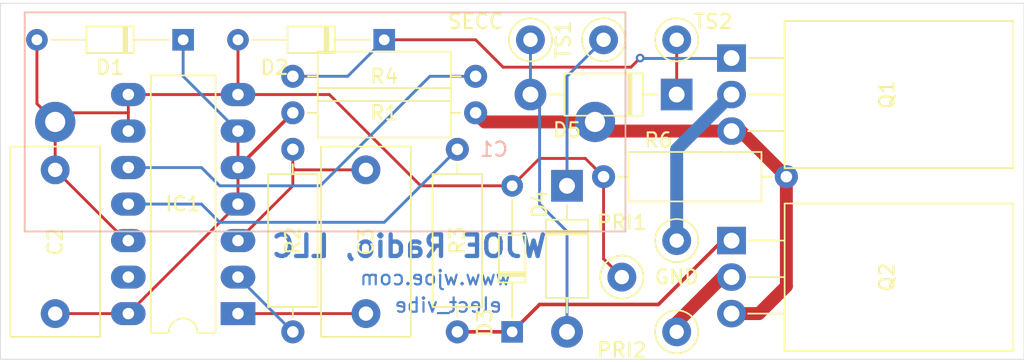
<source format=kicad_pcb>
(kicad_pcb (version 20240108) (generator "pcbnew") (generator_version "8.0")
  (layers (0 "F.Cu" signal) (31 "B.Cu" signal) (34 "B.Paste" user) (35 "F.Paste" user) (36 "B.SilkS" user "B.Silkscreen") (37 "F.SilkS" user "F.Silkscreen") (38 "B.Mask" user) (39 "F.Mask" user) (44 "Edge.Cuts" user))
  (net 0 "")
  (net 2 "GND")
  (net 3 "VDD")
  (net 4 "Net-(D2-K)")
  (net 5 "Net-(IC1-C)")
  (net 6 "Net-(IC1-RC_COMMON)")
  (net 7 "Net-(IC1-R)")
  (net 8 "Net-(IC1-Q)")
  (net 9 "Net-(IC1-~{Q})")
  (net 10 "Net-(D4-A)")
  (net 11 "Net-(D4-K)")
  (net 12 "Net-(D5-K)")
  (net 13 "Net-(Q1-S)")
  (net 14 "Net-(D3-K)")
  (net 15 "Net-(Q1-D)")
  (net 16 "Net-(Q2-D)")
  (footprint "TestPoint:TestPoint_Loop_D2.50mm_Drill1.0mm" (layer "F.Cu") (at 130.81 52.07)
    (property "Reference" "TP5" (hide yes))
    (property "Value" "PRI2" (at -3.81 1.27 360) (layer "F.SilkS"))
    (fp_circle (center 0 0) (end 1.5 0) (stroke (width 0.12)) (fill none) (layer "F.SilkS"))
    (pad "1" thru_hole circle (at 0 0) (size 2 2) (drill 1) (layers "*.Cu" "*.Mask") (net 16 "Net-(Q2-D)"))
  )
  (footprint "Resistor_THT:R_Axial_DIN0309_L9.0mm_D3.2mm_P12.70mm_Horizontal" (layer "F.Cu") (at 104.14 34.29)
    (property "Reference" "R4" (at 6.35 0 0) (layer "F.SilkS"))
    (property "Value" "220, 1W")
    (fp_line (start 1.04 0) (end 1.73 0) (stroke (width 0.12)) (layer "F.SilkS"))
    (fp_line (start 1.73 -1.72) (end 1.73 1.72) (stroke (width 0.12)) (layer "F.SilkS"))
    (fp_line (start 1.73 1.72) (end 10.97 1.72) (stroke (width 0.12)) (layer "F.SilkS"))
    (fp_line (start 10.97 -1.72) (end 1.73 -1.72) (stroke (width 0.12)) (layer "F.SilkS"))
    (fp_line (start 10.97 1.72) (end 10.97 -1.72) (stroke (width 0.12)) (layer "F.SilkS"))
    (fp_line (start 11.66 0) (end 10.97 0) (stroke (width 0.12)) (layer "F.SilkS"))
    (pad "1" thru_hole circle (at 0 0) (size 1.6 1.6) (drill 0.8) (layers "*.Cu" "*.Mask") (net 4 "Net-(D2-K)"))
    (pad "2" thru_hole oval (at 12.7 0) (size 1.6 1.6) (drill 0.8) (layers "*.Cu" "*.Mask") (net 8 "Net-(IC1-Q)"))
  )
  (footprint "Diode_THT:D_DO-34_SOD68_P10.16mm_Horizontal" (layer "F.Cu") (at 119.38 52.07 90)
    (property "Reference" "D3" (at 0.635 -1.905 90) (layer "F.SilkS"))
    (property "Value" "1N5235B")
    (fp_line (start 6.72 -0.92) (end 3.44 -0.92) (stroke (width 0.12)) (layer "F.SilkS"))
    (fp_line (start 4.136 -0.92) (end 4.136 0.92) (stroke (width 0.12)) (layer "F.SilkS"))
    (fp_line (start 4.016 -0.92) (end 4.016 0.92) (stroke (width 0.12)) (layer "F.SilkS"))
    (fp_line (start 3.896 -0.92) (end 3.896 0.92) (stroke (width 0.12)) (layer "F.SilkS"))
    (fp_line (start 3.44 -0.92) (end 3.44 0.92) (stroke (width 0.12)) (layer "F.SilkS"))
    (fp_line (start 9.17 0) (end 6.72 0) (stroke (width 0.12)) (layer "F.SilkS"))
    (fp_line (start 0.99 0) (end 3.44 0) (stroke (width 0.12)) (layer "F.SilkS"))
    (fp_line (start 6.72 0.92) (end 6.72 -0.92) (stroke (width 0.12)) (layer "F.SilkS"))
    (fp_line (start 3.44 0.92) (end 6.72 0.92) (stroke (width 0.12)) (layer "F.SilkS"))
    (pad "1" thru_hole rect (at 0 0 90) (size 1.5 1.5) (drill 0.75) (layers "*.Cu" "*.Mask") (net 14 "Net-(D3-K)"))
    (pad "2" thru_hole oval (at 10.16 0 90) (size 1.5 1.5) (drill 0.75) (layers "*.Cu" "*.Mask") (net 2 "GND"))
  )
  (footprint "Resistor_THT:R_Axial_DIN0309_L9.0mm_D3.2mm_P12.70mm_Horizontal" (layer "F.Cu") (at 104.14 36.83)
    (property "Reference" "R1" (at 6.35 0 0) (layer "F.SilkS"))
    (property "Value" "1K")
    (fp_line (start 1.04 0) (end 1.73 0) (stroke (width 0.12)) (layer "F.SilkS"))
    (fp_line (start 1.73 -1.72) (end 1.73 1.72) (stroke (width 0.12)) (layer "F.SilkS"))
    (fp_line (start 1.73 1.72) (end 10.97 1.72) (stroke (width 0.12)) (layer "F.SilkS"))
    (fp_line (start 10.97 -1.72) (end 1.73 -1.72) (stroke (width 0.12)) (layer "F.SilkS"))
    (fp_line (start 10.97 1.72) (end 10.97 -1.72) (stroke (width 0.12)) (layer "F.SilkS"))
    (fp_line (start 11.66 0) (end 10.97 0) (stroke (width 0.12)) (layer "F.SilkS"))
    (pad "1" thru_hole circle (at 0 0) (size 1.6 1.6) (drill 0.8) (layers "*.Cu" "*.Mask") (net 3 "VDD"))
    (pad "2" thru_hole oval (at 12.7 0) (size 1.6 1.6) (drill 0.8) (layers "*.Cu" "*.Mask") (net 13 "Net-(Q1-S)"))
  )
  (footprint "Package_TO_SOT_THT:TO-220-3_Horizontal_TabDown" (layer "F.Cu") (at 134.62 45.72 -90)
    (property "Reference" "Q2" (at 2.54 -10.795 90) (layer "F.SilkS"))
    (property "Value" "FQP27P06")
    (fp_line (start -2.58 -3.69) (end 7.66 -3.69) (stroke (width 0.12)) (layer "F.SilkS"))
    (fp_line (start 0 -3.69) (end 0 -1.15) (stroke (width 0.12)) (layer "F.SilkS"))
    (fp_line (start 2.54 -3.69) (end 2.54 -1.15) (stroke (width 0.12)) (layer "F.SilkS"))
    (fp_line (start 5.08 -3.69) (end 5.08 -1.15) (stroke (width 0.12)) (layer "F.SilkS"))
    (fp_line (start -2.58 -19.58) (end -2.58 -3.69) (stroke (width 0.12)) (layer "F.SilkS"))
    (fp_line (start -2.58 -19.58) (end 7.66 -19.58) (stroke (width 0.12)) (layer "F.SilkS"))
    (fp_line (start 7.66 -19.58) (end 7.66 -3.69) (stroke (width 0.12)) (layer "F.SilkS"))
    (pad "" np_thru_hole circle (at 2.54 -16.66 270) (size 3.5 3.5) (drill 3.5) (layers "*.Cu" "*.Mask"))
    (pad "1" thru_hole rect (at 0 0 270) (size 1.905 2) (drill 1.1) (layers "*.Cu" "*.Mask") (net 14 "Net-(D3-K)"))
    (pad "2" thru_hole oval (at 2.54 0 270) (size 1.905 2) (drill 1.1) (layers "*.Cu" "*.Mask") (net 16 "Net-(Q2-D)"))
    (pad "3" thru_hole oval (at 5.08 0 270) (size 1.905 2) (drill 1.1) (layers "*.Cu" "*.Mask") (net 13 "Net-(Q1-S)"))
  )
  (footprint "TestPoint:TestPoint_Loop_D2.50mm_Drill1.0mm" (layer "F.Cu") (at 130.81 31.75)
    (property "Reference" "TP2" (hide yes))
    (property "Value" "TS2" (at 2.54 -1.27 360) (layer "F.SilkS"))
    (fp_circle (center 0 0) (end 1.5 0) (stroke (width 0.12)) (fill none) (layer "F.SilkS"))
    (pad "1" thru_hole circle (at 0 0) (size 2 2) (drill 1) (layers "*.Cu" "*.Mask") (net 12 "Net-(D5-K)"))
  )
  (footprint "Diode_THT:D_DO-34_SOD68_P10.16mm_Horizontal" (layer "F.Cu") (at 110.49 31.75 180)
    (property "Reference" "D2" (at 7.62 -1.92 360) (layer "F.SilkS"))
    (property "Value" "1N5235B")
    (fp_line (start 9.17 0) (end 6.72 0) (stroke (width 0.12)) (layer "F.SilkS"))
    (fp_line (start 6.72 0.92) (end 6.72 -0.92) (stroke (width 0.12)) (layer "F.SilkS"))
    (fp_line (start 6.72 -0.92) (end 3.44 -0.92) (stroke (width 0.12)) (layer "F.SilkS"))
    (fp_line (start 4.136 -0.92) (end 4.136 0.92) (stroke (width 0.12)) (layer "F.SilkS"))
    (fp_line (start 4.016 -0.92) (end 4.016 0.92) (stroke (width 0.12)) (layer "F.SilkS"))
    (fp_line (start 3.896 -0.92) (end 3.896 0.92) (stroke (width 0.12)) (layer "F.SilkS"))
    (fp_line (start 3.44 0.92) (end 6.72 0.92) (stroke (width 0.12)) (layer "F.SilkS"))
    (fp_line (start 3.44 -0.92) (end 3.44 0.92) (stroke (width 0.12)) (layer "F.SilkS"))
    (fp_line (start 0.99 0) (end 3.44 0) (stroke (width 0.12)) (layer "F.SilkS"))
    (pad "1" thru_hole rect (at 0 0 180) (size 1.5 1.5) (drill 0.75) (layers "*.Cu" "*.Mask") (net 4 "Net-(D2-K)"))
    (pad "2" thru_hole oval (at 10.16 0 180) (size 1.5 1.5) (drill 0.75) (layers "*.Cu" "*.Mask") (net 2 "GND"))
  )
  (footprint "Package_DIP:DIP-14_W7.62mm_LongPads" (layer "F.Cu") (at 100.33 50.8 180)
    (property "Reference" "IC1" (at 3.825 7.625 360) (layer "F.SilkS"))
    (property "Value" "4047")
    (fp_line (start 6.06 16.57) (end 6.06 -1.33) (stroke (width 0.12)) (layer "F.SilkS"))
    (fp_line (start 6.06 -1.33) (end 4.81 -1.33) (stroke (width 0.12)) (layer "F.SilkS"))
    (fp_line (start 2.81 -1.33) (end 1.56 -1.33) (stroke (width 0.12)) (layer "F.SilkS"))
    (fp_line (start 1.56 16.57) (end 6.06 16.57) (stroke (width 0.12)) (layer "F.SilkS"))
    (fp_line (start 1.56 -1.33) (end 1.56 16.57) (stroke (width 0.12)) (layer "F.SilkS"))
    (fp_arc (start 4.81 -1.33) (mid 3.81 -0.33) (end 2.81 -1.33) (stroke (width 0.12)) (layer "F.SilkS"))
    (pad "1" thru_hole rect (at 0 0 180) (size 2.4 1.6) (drill 0.8) (layers "*.Cu" "*.Mask") (net 5 "Net-(IC1-C)"))
    (pad "2" thru_hole oval (at 0 2.54 180) (size 2.4 1.6) (drill 0.8) (layers "*.Cu" "*.Mask") (net 7 "Net-(IC1-R)"))
    (pad "3" thru_hole oval (at 0 5.08 180) (size 2.4 1.6) (drill 0.8) (layers "*.Cu" "*.Mask") (net 6 "Net-(IC1-RC_COMMON)"))
    (pad "4" thru_hole oval (at 0 7.62 180) (size 2.4 1.6) (drill 0.8) (layers "*.Cu" "*.Mask") (net 3 "VDD"))
    (pad "5" thru_hole oval (at 0 10.16 180) (size 2.4 1.6) (drill 0.8) (layers "*.Cu" "*.Mask") (net 3 "VDD"))
    (pad "6" thru_hole oval (at 0 12.7 180) (size 2.4 1.6) (drill 0.8) (layers "*.Cu" "*.Mask") (net 3 "VDD"))
    (pad "7" thru_hole oval (at 0 15.24 180) (size 2.4 1.6) (drill 0.8) (layers "*.Cu" "*.Mask") (net 2 "GND"))
    (pad "8" thru_hole oval (at 7.62 15.24 180) (size 2.4 1.6) (drill 0.8) (layers "*.Cu" "*.Mask") (net 2 "GND"))
    (pad "9" thru_hole oval (at 7.62 12.7 180) (size 2.4 1.6) (drill 0.8) (layers "*.Cu" "*.Mask") (net 2 "GND"))
    (pad "10" thru_hole oval (at 7.62 10.16 180) (size 2.4 1.6) (drill 0.8) (layers "*.Cu" "*.Mask") (net 8 "Net-(IC1-Q)"))
    (pad "11" thru_hole oval (at 7.62 7.62 180) (size 2.4 1.6) (drill 0.8) (layers "*.Cu" "*.Mask") (net 9 "Net-(IC1-~{Q})"))
    (pad "12" thru_hole oval (at 7.62 5.08 180) (size 2.4 1.6) (drill 0.8) (layers "*.Cu" "*.Mask") (net 2 "GND"))
    (pad "13" thru_hole oval (at 7.62 2.54 180) (size 2.4 1.6) (drill 0.8) (layers "*.Cu" "*.Mask"))
    (pad "14" thru_hole oval (at 7.62 0 180) (size 2.4 1.6) (drill 0.8) (layers "*.Cu" "*.Mask") (net 3 "VDD"))
  )
  (footprint "TestPoint:TestPoint_Loop_D2.50mm_Drill1.0mm" (layer "F.Cu") (at 125.73 31.75 90)
    (property "Reference" "TP1" (hide yes))
    (property "Value" "TS1" (at 0 -2.8 90) (layer "F.SilkS"))
    (fp_circle (center 0 0) (end 1.5 0) (stroke (width 0.12)) (fill none) (layer "F.SilkS"))
    (pad "1" thru_hole circle (at 0 0 90) (size 2 2) (drill 1) (layers "*.Cu" "*.Mask") (net 11 "Net-(D4-K)"))
  )
  (footprint "TestPoint:TestPoint_Loop_D2.50mm_Drill1.0mm" (layer "F.Cu") (at 130.81 45.72)
    (property "Reference" "TP4" (hide yes))
    (property "Value" "PRI1" (at -3.81 -1.27 360) (layer "F.SilkS"))
    (fp_circle (center 0 0) (end 1.5 0) (stroke (width 0.12)) (fill none) (layer "F.SilkS"))
    (pad "1" thru_hole circle (at 0 0) (size 2 2) (drill 1) (layers "*.Cu" "*.Mask") (net 15 "Net-(Q1-D)"))
  )
  (footprint "Capacitor_THT:C_Rect_L13.0mm_W6.0mm_P10.00mm_FKS3_FKP3_MKS4" (layer "F.Cu") (at 87.63 50.8 90)
    (property "Reference" "C2" (at 5 0 90) (layer "F.SilkS"))
    (property "Value" "100nF, 100v")
    (fp_line (start 11.62 -3.12) (end 11.62 3.12) (stroke (width 0.12)) (layer "F.SilkS"))
    (fp_line (start -1.62 -3.12) (end 11.62 -3.12) (stroke (width 0.12)) (layer "F.SilkS"))
    (fp_line (start -1.62 -3.12) (end -1.62 3.12) (stroke (width 0.12)) (layer "F.SilkS"))
    (fp_line (start -1.62 3.12) (end 11.62 3.12) (stroke (width 0.12)) (layer "F.SilkS"))
    (pad "1" thru_hole circle (at 0 0 90) (size 2 2) (drill 1) (layers "*.Cu" "*.Mask") (net 3 "VDD"))
    (pad "2" thru_hole circle (at 10 0 90) (size 2 2) (drill 1) (layers "*.Cu" "*.Mask") (net 2 "GND"))
  )
  (footprint "TestPoint:TestPoint_Loop_D2.50mm_Drill1.0mm" (layer "F.Cu") (at 127 48.26)
    (property "Reference" "TP6" (hide yes))
    (property "Value" "GND" (at 3.81 0 360) (layer "F.SilkS"))
    (fp_circle (center 0 0) (end 1.5 0) (stroke (width 0.12)) (fill none) (layer "F.SilkS"))
    (pad "1" thru_hole circle (at 0 0) (size 2 2) (drill 1) (layers "*.Cu" "*.Mask") (net 2 "GND"))
  )
  (footprint "TestPoint:TestPoint_Loop_D2.50mm_Drill1.0mm" (layer "F.Cu") (at 120.65 31.75)
    (property "Reference" "TP3" (hide yes))
    (property "Value" "SECC" (at -3.81 -1.27 360) (layer "F.SilkS"))
    (fp_circle (center 0 0) (end 1.5 0) (stroke (width 0.12)) (fill none) (layer "F.SilkS"))
    (pad "1" thru_hole circle (at 0 0) (size 2 2) (drill 1) (layers "*.Cu" "*.Mask") (net 10 "Net-(D4-A)"))
  )
  (footprint "Capacitor_THT:C_Rect_L13.0mm_W6.0mm_P10.00mm_FKS3_FKP3_MKS4" (layer "F.Cu") (at 109.22 50.8 90)
    (property "Reference" "C3" (at 5 0 90) (layer "F.SilkS"))
    (property "Value" "100nF, 100v")
    (fp_line (start 11.62 -3.12) (end 11.62 3.12) (stroke (width 0.12)) (layer "F.SilkS"))
    (fp_line (start -1.62 -3.12) (end 11.62 -3.12) (stroke (width 0.12)) (layer "F.SilkS"))
    (fp_line (start -1.62 -3.12) (end -1.62 3.12) (stroke (width 0.12)) (layer "F.SilkS"))
    (fp_line (start -1.62 3.12) (end 11.62 3.12) (stroke (width 0.12)) (layer "F.SilkS"))
    (pad "1" thru_hole circle (at 0 0 90) (size 2 2) (drill 1) (layers "*.Cu" "*.Mask") (net 5 "Net-(IC1-C)"))
    (pad "2" thru_hole circle (at 10 0 90) (size 2 2) (drill 1) (layers "*.Cu" "*.Mask") (net 6 "Net-(IC1-RC_COMMON)"))
  )
  (footprint "Resistor_THT:R_Axial_DIN0309_L9.0mm_D3.2mm_P12.70mm_Horizontal" (layer "F.Cu") (at 115.57 52.07 90)
    (property "Reference" "R3" (at 6.35 0 90) (layer "F.SilkS"))
    (property "Value" "220, 1W")
    (fp_line (start 10.97 -1.72) (end 1.73 -1.72) (stroke (width 0.12)) (layer "F.SilkS"))
    (fp_line (start 1.73 -1.72) (end 1.73 1.72) (stroke (width 0.12)) (layer "F.SilkS"))
    (fp_line (start 11.66 0) (end 10.97 0) (stroke (width 0.12)) (layer "F.SilkS"))
    (fp_line (start 1.04 0) (end 1.73 0) (stroke (width 0.12)) (layer "F.SilkS"))
    (fp_line (start 10.97 1.72) (end 10.97 -1.72) (stroke (width 0.12)) (layer "F.SilkS"))
    (fp_line (start 1.73 1.72) (end 10.97 1.72) (stroke (width 0.12)) (layer "F.SilkS"))
    (pad "1" thru_hole circle (at 0 0 90) (size 1.6 1.6) (drill 0.8) (layers "*.Cu" "*.Mask") (net 14 "Net-(D3-K)"))
    (pad "2" thru_hole oval (at 12.7 0 90) (size 1.6 1.6) (drill 0.8) (layers "*.Cu" "*.Mask") (net 9 "Net-(IC1-~{Q})"))
  )
  (footprint "Diode_THT:D_DO-41_SOD81_P10.16mm_Horizontal" (layer "F.Cu") (at 130.81 35.56 180)
    (property "Reference" "D5" (at 7.62 -2.47 360) (layer "F.SilkS"))
    (property "Value" "1N4007")
    (fp_line (start 8.82 0) (end 7.8 0) (stroke (width 0.12)) (layer "F.SilkS"))
    (fp_line (start 7.8 1.47) (end 7.8 -1.47) (stroke (width 0.12)) (layer "F.SilkS"))
    (fp_line (start 7.8 -1.47) (end 2.36 -1.47) (stroke (width 0.12)) (layer "F.SilkS"))
    (fp_line (start 3.38 -1.47) (end 3.38 1.47) (stroke (width 0.12)) (layer "F.SilkS"))
    (fp_line (start 3.26 -1.47) (end 3.26 1.47) (stroke (width 0.12)) (layer "F.SilkS"))
    (fp_line (start 3.14 -1.47) (end 3.14 1.47) (stroke (width 0.12)) (layer "F.SilkS"))
    (fp_line (start 2.36 1.47) (end 7.8 1.47) (stroke (width 0.12)) (layer "F.SilkS"))
    (fp_line (start 2.36 -1.47) (end 2.36 1.47) (stroke (width 0.12)) (layer "F.SilkS"))
    (fp_line (start 1.34 0) (end 2.36 0) (stroke (width 0.12)) (layer "F.SilkS"))
    (pad "1" thru_hole rect (at 0 0 180) (size 2.2 2.2) (drill 1.1) (layers "*.Cu" "*.Mask") (net 12 "Net-(D5-K)"))
    (pad "2" thru_hole oval (at 10.16 0 180) (size 2.2 2.2) (drill 1.1) (layers "*.Cu" "*.Mask") (net 10 "Net-(D4-A)"))
  )
  (footprint "Diode_THT:D_DO-34_SOD68_P10.16mm_Horizontal" (layer "F.Cu") (at 96.52 31.75 180)
    (property "Reference" "D1" (at 5.08 -1.92 360) (layer "F.SilkS"))
    (property "Value" "1N5235B")
    (fp_line (start 9.17 0) (end 6.72 0) (stroke (width 0.12)) (layer "F.SilkS"))
    (fp_line (start 6.72 0.92) (end 6.72 -0.92) (stroke (width 0.12)) (layer "F.SilkS"))
    (fp_line (start 6.72 -0.92) (end 3.44 -0.92) (stroke (width 0.12)) (layer "F.SilkS"))
    (fp_line (start 4.136 -0.92) (end 4.136 0.92) (stroke (width 0.12)) (layer "F.SilkS"))
    (fp_line (start 4.016 -0.92) (end 4.016 0.92) (stroke (width 0.12)) (layer "F.SilkS"))
    (fp_line (start 3.896 -0.92) (end 3.896 0.92) (stroke (width 0.12)) (layer "F.SilkS"))
    (fp_line (start 3.44 0.92) (end 6.72 0.92) (stroke (width 0.12)) (layer "F.SilkS"))
    (fp_line (start 3.44 -0.92) (end 3.44 0.92) (stroke (width 0.12)) (layer "F.SilkS"))
    (fp_line (start 0.99 0) (end 3.44 0) (stroke (width 0.12)) (layer "F.SilkS"))
    (pad "1" thru_hole rect (at 0 0 180) (size 1.5 1.5) (drill 0.75) (layers "*.Cu" "*.Mask") (net 3 "VDD"))
    (pad "2" thru_hole oval (at 10.16 0 180) (size 1.5 1.5) (drill 0.75) (layers "*.Cu" "*.Mask") (net 2 "GND"))
  )
  (footprint "Package_TO_SOT_THT:TO-220-3_Horizontal_TabDown" (layer "F.Cu") (at 134.62 33.02 -90)
    (property "Reference" "Q1" (at 2.54 -10.795 -90) (layer "F.SilkS"))
    (property "Value" "FQP27P06")
    (fp_line (start -2.58 -3.69) (end 7.66 -3.69) (stroke (width 0.12)) (layer "F.SilkS"))
    (fp_line (start 0 -3.69) (end 0 -1.15) (stroke (width 0.12)) (layer "F.SilkS"))
    (fp_line (start 2.54 -3.69) (end 2.54 -1.15) (stroke (width 0.12)) (layer "F.SilkS"))
    (fp_line (start 5.08 -3.69) (end 5.08 -1.15) (stroke (width 0.12)) (layer "F.SilkS"))
    (fp_line (start -2.58 -19.58) (end -2.58 -3.69) (stroke (width 0.12)) (layer "F.SilkS"))
    (fp_line (start -2.58 -19.58) (end 7.66 -19.58) (stroke (width 0.12)) (layer "F.SilkS"))
    (fp_line (start 7.66 -19.58) (end 7.66 -3.69) (stroke (width 0.12)) (layer "F.SilkS"))
    (pad "" np_thru_hole circle (at 2.54 -16.66 270) (size 3.5 3.5) (drill 3.5) (layers "*.Cu" "*.Mask"))
    (pad "1" thru_hole rect (at 0 0 270) (size 1.905 2) (drill 1.1) (layers "*.Cu" "*.Mask") (net 4 "Net-(D2-K)"))
    (pad "2" thru_hole oval (at 2.54 0 270) (size 1.905 2) (drill 1.1) (layers "*.Cu" "*.Mask") (net 15 "Net-(Q1-D)"))
    (pad "3" thru_hole oval (at 5.08 0 270) (size 1.905 2) (drill 1.1) (layers "*.Cu" "*.Mask") (net 13 "Net-(Q1-S)"))
  )
  (footprint "Diode_THT:D_DO-41_SOD81_P10.16mm_Horizontal" (layer "F.Cu") (at 123.19 41.91 -90)
    (property "Reference" "D4" (at 1.27 1.905 90) (layer "F.SilkS"))
    (property "Value" "1N4007")
    (fp_line (start 2.36 1.47) (end 7.8 1.47) (stroke (width 0.12)) (layer "F.SilkS"))
    (fp_line (start 7.8 1.47) (end 7.8 -1.47) (stroke (width 0.12)) (layer "F.SilkS"))
    (fp_line (start 1.34 0) (end 2.36 0) (stroke (width 0.12)) (layer "F.SilkS"))
    (fp_line (start 8.82 0) (end 7.8 0) (stroke (width 0.12)) (layer "F.SilkS"))
    (fp_line (start 2.36 -1.47) (end 2.36 1.47) (stroke (width 0.12)) (layer "F.SilkS"))
    (fp_line (start 3.14 -1.47) (end 3.14 1.47) (stroke (width 0.12)) (layer "F.SilkS"))
    (fp_line (start 3.26 -1.47) (end 3.26 1.47) (stroke (width 0.12)) (layer "F.SilkS"))
    (fp_line (start 3.38 -1.47) (end 3.38 1.47) (stroke (width 0.12)) (layer "F.SilkS"))
    (fp_line (start 7.8 -1.47) (end 2.36 -1.47) (stroke (width 0.12)) (layer "F.SilkS"))
    (pad "1" thru_hole rect (at 0 0 270) (size 2.2 2.2) (drill 1.1) (layers "*.Cu" "*.Mask") (net 11 "Net-(D4-K)"))
    (pad "2" thru_hole oval (at 10.16 0 270) (size 2.2 2.2) (drill 1.1) (layers "*.Cu" "*.Mask") (net 10 "Net-(D4-A)"))
  )
  (footprint "Resistor_THT:R_Axial_DIN0309_L9.0mm_D3.2mm_P12.70mm_Horizontal" (layer "F.Cu") (at 104.14 52.07 90)
    (property "Reference" "R2" (at 6.35 0 90) (layer "F.SilkS"))
    (property "Value" "22K, 1W")
    (fp_line (start 10.97 -1.72) (end 1.73 -1.72) (stroke (width 0.12)) (layer "F.SilkS"))
    (fp_line (start 1.73 -1.72) (end 1.73 1.72) (stroke (width 0.12)) (layer "F.SilkS"))
    (fp_line (start 11.66 0) (end 10.97 0) (stroke (width 0.12)) (layer "F.SilkS"))
    (fp_line (start 1.04 0) (end 1.73 0) (stroke (width 0.12)) (layer "F.SilkS"))
    (fp_line (start 10.97 1.72) (end 10.97 -1.72) (stroke (width 0.12)) (layer "F.SilkS"))
    (fp_line (start 1.73 1.72) (end 10.97 1.72) (stroke (width 0.12)) (layer "F.SilkS"))
    (pad "1" thru_hole circle (at 0 0 90) (size 1.6 1.6) (drill 0.8) (layers "*.Cu" "*.Mask") (net 7 "Net-(IC1-R)"))
    (pad "2" thru_hole oval (at 12.7 0 90) (size 1.6 1.6) (drill 0.8) (layers "*.Cu" "*.Mask") (net 6 "Net-(IC1-RC_COMMON)"))
  )
  (footprint "Resistor_THT:R_Axial_DIN0309_L9.0mm_D3.2mm_P12.70mm_Horizontal" (layer "F.Cu") (at 125.73 41.275)
    (property "Reference" "R6" (at 3.81 -2.54 360) (layer "F.SilkS"))
    (property "Value" "2.2K, 1W")
    (fp_line (start 1.04 0) (end 1.73 0) (stroke (width 0.12)) (layer "F.SilkS"))
    (fp_line (start 1.73 -1.72) (end 1.73 1.72) (stroke (width 0.12)) (layer "F.SilkS"))
    (fp_line (start 1.73 1.72) (end 10.97 1.72) (stroke (width 0.12)) (layer "F.SilkS"))
    (fp_line (start 10.97 -1.72) (end 1.73 -1.72) (stroke (width 0.12)) (layer "F.SilkS"))
    (fp_line (start 10.97 1.72) (end 10.97 -1.72) (stroke (width 0.12)) (layer "F.SilkS"))
    (fp_line (start 11.66 0) (end 10.97 0) (stroke (width 0.12)) (layer "F.SilkS"))
    (pad "1" thru_hole circle (at 0 0) (size 1.6 1.6) (drill 0.8) (layers "*.Cu" "*.Mask") (net 2 "GND"))
    (pad "2" thru_hole oval (at 12.7 0) (size 1.6 1.6) (drill 0.8) (layers "*.Cu" "*.Mask") (net 13 "Net-(Q1-S)"))
  )
  (footprint "Capacitor_THT:C_Rect_L41.5mm_W15.0mm_P37.50mm_MKS4" (layer "B.Cu") (at 125.13 37.465 180)
    (property "Reference" "C1" (at 7.02 -1.905 0) (layer "B.SilkS") (effects (justify mirror)))
    (property "Value" "2200uF, 16v")
    (fp_line (start 39.62 7.62) (end -2.12 7.62) (stroke (width 0.12)) (layer "B.SilkS"))
    (fp_line (start 39.62 -7.62) (end 39.62 7.62) (stroke (width 0.12)) (layer "B.SilkS"))
    (fp_line (start 39.62 -7.62) (end -2.12 -7.62) (stroke (width 0.12)) (layer "B.SilkS"))
    (fp_line (start -2.12 -7.62) (end -2.12 7.62) (stroke (width 0.12)) (layer "B.SilkS"))
    (pad "1" thru_hole circle (at 0 0 180) (size 2.8 2.8) (drill 1.4) (layers "*.Cu" "*.Mask") (net 13 "Net-(Q1-S)"))
    (pad "2" thru_hole circle (at 37.5 0 180) (size 2.8 2.8) (drill 1.4) (layers "*.Cu" "*.Mask") (net 2 "GND"))
  )
  (gr_rect (start 83.82 29.21) (end 154.94 53.975) (stroke (width 0.05)) (fill none) (layer "Edge.Cuts"))
  (gr_text "elect_vibe" (at 118.745 50.8 0) (layer "B.Cu") (effects (font (size 1 1)) (justify left bottom mirror)))
  (gr_text "WJOE Radio, LLC" (at 121.92 46.99 0) (layer "B.Cu") (effects (font (size 1.5 1.5) (thickness 0.3) (bold yes)) (justify left bottom mirror)))
  (gr_text "www.wjoe.com" (at 119.38 48.895 0) (layer "B.Cu") (effects (font (size 1 1)) (justify left bottom mirror)))
  (segment (start 125.73 46.99) (end 127 48.26) (width 0.2) (layer "F.Cu") (net 2))
  (segment (start 100.33 35.56) (end 106.68 35.56) (width 0.2) (layer "F.Cu") (net 2))
  (segment (start 106.68 35.56) (end 113.03 41.91) (width 0.2) (layer "F.Cu") (net 2))
  (segment (start 125.73 41.275) (end 124.46 40.005) (width 0.2) (layer "F.Cu") (net 2))
  (segment (start 88.265 36.83) (end 87.63 37.465) (width 0.2) (layer "F.Cu") (net 2))
  (segment (start 124.46 40.005) (end 121.285 40.005) (width 0.2) (layer "F.Cu") (net 2))
  (segment (start 92.71 38.1) (end 92.71 36.83) (width 0.2) (layer "F.Cu") (net 2))
  (segment (start 86.36 36.195) (end 87.63 37.465) (width 0.2) (layer "F.Cu") (net 2))
  (segment (start 92.71 36.83) (end 88.265 36.83) (width 0.2) (layer "F.Cu") (net 2))
  (segment (start 92.71 36.83) (end 92.71 35.56) (width 0.2) (layer "F.Cu") (net 2))
  (segment (start 92.71 35.56) (end 100.33 35.56) (width 0.2) (layer "F.Cu") (net 2))
  (segment (start 87.63 37.465) (end 87.63 40.8) (width 0.2) (layer "F.Cu") (net 2))
  (segment (start 125.73 41.275) (end 125.73 46.99) (width 0.2) (layer "F.Cu") (net 2))
  (segment (start 113.03 41.91) (end 119.38 41.91) (width 0.2) (layer "F.Cu") (net 2))
  (segment (start 92.55 45.72) (end 92.71 45.72) (width 0.2) (layer "F.Cu") (net 2))
  (segment (start 100.33 35.56) (end 100.33 31.75) (width 0.2) (layer "F.Cu") (net 2))
  (segment (start 121.285 40.005) (end 119.38 41.91) (width 0.2) (layer "F.Cu") (net 2))
  (segment (start 87.63 40.8) (end 92.55 45.72) (width 0.2) (layer "F.Cu") (net 2))
  (segment (start 86.36 31.75) (end 86.36 36.195) (width 0.2) (layer "F.Cu") (net 2))
  (segment (start 100.33 40.64) (end 100.33 38.1) (width 0.2) (layer "F.Cu") (net 3))
  (segment (start 104.14 36.83) (end 100.33 40.64) (width 0.25) (layer "F.Cu") (net 3))
  (segment (start 87.63 50.8) (end 92.71 50.8) (width 0.2) (layer "F.Cu") (net 3))
  (segment (start 92.71 50.8) (end 100.33 43.18) (width 0.2) (layer "F.Cu") (net 3))
  (segment (start 100.33 43.18) (end 100.33 40.64) (width 0.2) (layer "F.Cu") (net 3))
  (segment (start 96.52 31.75) (end 96.52 34.29) (width 0.2) (layer "B.Cu") (net 3))
  (segment (start 96.52 34.29) (end 100.33 38.1) (width 0.2) (layer "B.Cu") (net 3))
  (segment (start 110.49 31.75) (end 116.84 31.75) (width 0.2) (layer "F.Cu") (net 4))
  (segment (start 127.635 33.655) (end 128.27 33.02) (width 0.2) (layer "F.Cu") (net 4))
  (segment (start 118.745 33.655) (end 127.635 33.655) (width 0.2) (layer "F.Cu") (net 4))
  (segment (start 116.84 31.75) (end 118.745 33.655) (width 0.2) (layer "F.Cu") (net 4))
  (via (at 128.27 33.02) (size 0.6) (drill 0.3) (layers "F.Cu" "B.Cu") (net 4))
  (segment (start 107.95 34.29) (end 110.49 31.75) (width 0.2) (layer "B.Cu") (net 4))
  (segment (start 104.14 34.29) (end 107.95 34.29) (width 0.2) (layer "B.Cu") (net 4))
  (segment (start 128.27 33.02) (end 128.3 33.05) (width 0.2) (layer "B.Cu") (net 4))
  (segment (start 134.59 33.05) (end 134.62 33.02) (width 0.2) (layer "B.Cu") (net 4))
  (segment (start 128.3 33.05) (end 134.59 33.05) (width 0.2) (layer "B.Cu") (net 4))
  (segment (start 109.22 50.8) (end 100.33 50.8) (width 0.2) (layer "F.Cu") (net 5))
  (segment (start 104.14 39.37) (end 104.14 40.64) (width 0.2) (layer "F.Cu") (net 6))
  (segment (start 109.22 40.8) (end 104.3 40.8) (width 0.2) (layer "F.Cu") (net 6))
  (segment (start 104.3 40.8) (end 104.14 40.64) (width 0.2) (layer "F.Cu") (net 6))
  (segment (start 104.14 41.91) (end 100.33 45.72) (width 0.2) (layer "F.Cu") (net 6))
  (segment (start 104.14 40.64) (end 104.14 41.91) (width 0.2) (layer "F.Cu") (net 6))
  (segment (start 104.14 52.07) (end 100.33 48.26) (width 0.2) (layer "B.Cu") (net 7))
  (segment (start 106.045 41.91) (end 113.665 34.29) (width 0.2) (layer "B.Cu") (net 8))
  (segment (start 99.06 41.91) (end 106.045 41.91) (width 0.2) (layer "B.Cu") (net 8))
  (segment (start 92.71 40.64) (end 97.79 40.64) (width 0.2) (layer "B.Cu") (net 8))
  (segment (start 97.79 40.64) (end 99.06 41.91) (width 0.2) (layer "B.Cu") (net 8))
  (segment (start 113.665 34.29) (end 116.84 34.29) (width 0.2) (layer "B.Cu") (net 8))
  (segment (start 92.71 43.18) (end 97.79 43.18) (width 0.2) (layer "B.Cu") (net 9))
  (segment (start 99.06 44.45) (end 110.49 44.45) (width 0.2) (layer "B.Cu") (net 9))
  (segment (start 110.49 44.45) (end 115.57 39.37) (width 0.2) (layer "B.Cu") (net 9))
  (segment (start 97.79 43.18) (end 99.06 44.45) (width 0.2) (layer "B.Cu") (net 9))
  (segment (start 121.285 36.195) (end 120.65 35.56) (width 0.2) (layer "B.Cu") (net 10))
  (segment (start 121.285 43.18) (end 121.285 36.195) (width 0.2) (layer "B.Cu") (net 10))
  (segment (start 123.19 45.085) (end 121.285 43.18) (width 0.2) (layer "B.Cu") (net 10))
  (segment (start 120.65 35.56) (end 120.65 31.75) (width 0.2) (layer "B.Cu") (net 10))
  (segment (start 123.19 52.07) (end 123.19 45.085) (width 0.2) (layer "B.Cu") (net 10))
  (segment (start 123.19 41.91) (end 123.19 34.29) (width 0.2) (layer "B.Cu") (net 11))
  (segment (start 123.19 34.29) (end 125.73 31.75) (width 0.2) (layer "B.Cu") (net 11))
  (segment (start 130.81 31.75) (end 130.81 35.56) (width 0.2) (layer "F.Cu") (net 12))
  (segment (start 125.765 38.1) (end 125.13 37.465) (width 0.9) (layer "F.Cu") (net 13))
  (segment (start 136.525 50.8) (end 134.62 50.8) (width 0.9) (layer "F.Cu") (net 13))
  (segment (start 138.43 41.275) (end 138.43 48.895) (width 0.9) (layer "F.Cu") (net 13))
  (segment (start 134.62 38.1) (end 125.765 38.1) (width 0.9) (layer "F.Cu") (net 13))
  (segment (start 138.43 48.895) (end 136.525 50.8) (width 0.9) (layer "F.Cu") (net 13))
  (segment (start 117.475 37.465) (end 116.84 36.83) (width 0.9) (layer "F.Cu") (net 13))
  (segment (start 125.13 37.465) (end 117.475 37.465) (width 0.9) (layer "F.Cu") (net 13))
  (segment (start 134.62 38.1) (end 135.255 38.1) (width 0.9) (layer "F.Cu") (net 13))
  (segment (start 135.255 38.1) (end 138.43 41.275) (width 0.9) (layer "F.Cu") (net 13))
  (segment (start 119.38 52.07) (end 121.285 50.165) (width 0.25) (layer "F.Cu") (net 14))
  (segment (start 115.57 52.07) (end 119.38 52.07) (width 0.25) (layer "F.Cu") (net 14))
  (segment (start 133.985 45.72) (end 134.62 45.72) (width 0.25) (layer "F.Cu") (net 14))
  (segment (start 121.285 50.165) (end 129.54 50.165) (width 0.25) (layer "F.Cu") (net 14))
  (segment (start 129.54 50.165) (end 133.985 45.72) (width 0.25) (layer "F.Cu") (net 14))
  (segment (start 130.81 45.72) (end 130.81 39.37) (width 0.9) (layer "B.Cu") (net 15))
  (segment (start 130.81 39.37) (end 134.62 35.56) (width 0.9) (layer "B.Cu") (net 15))
  (segment (start 133.985 48.26) (end 130.81 51.435) (width 0.9) (layer "F.Cu") (net 16))
  (segment (start 134.62 48.26) (end 133.985 48.26) (width 0.9) (layer "F.Cu") (net 16))
  (segment (start 130.81 51.435) (end 130.81 52.07) (width 0.9) (layer "F.Cu") (net 16))
)
</source>
